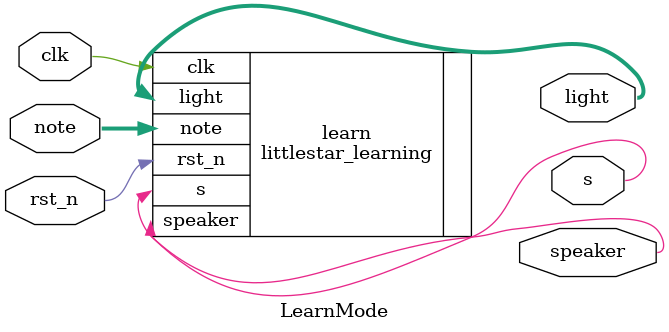
<source format=v>
`timescale 1ns / 1ps


module LearnMode(
input clk,rst_n,
input [6:0]note,
output speaker,
output s,
output reg [6:0]light
);
    

littlestar_learning learn(.clk(clk), .rst_n(rst_n), .note(note), .speaker(speaker), .s(s), .light(light));
endmodule

</source>
